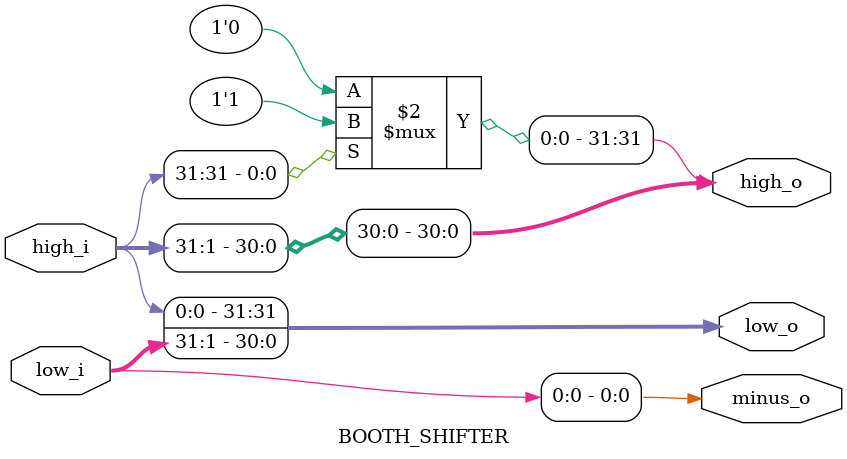
<source format=v>
`timescale 1ns / 1ps
module BOOTH_SHIFTER(
	input[31:0] high_i, input[31:0] low_i, output[31:0] high_o, output[31:0] low_o, output minus_o    );

assign minus_o = low_i[0];

assign low_o[31] = high_i[0];
assign low_o[30:0] = low_i[31:1];

assign high_o[30:0] = high_i[31:1];
assign high_o[31] = (high_i[31] == 0) ? 1'b0: 1'b1;

endmodule

</source>
